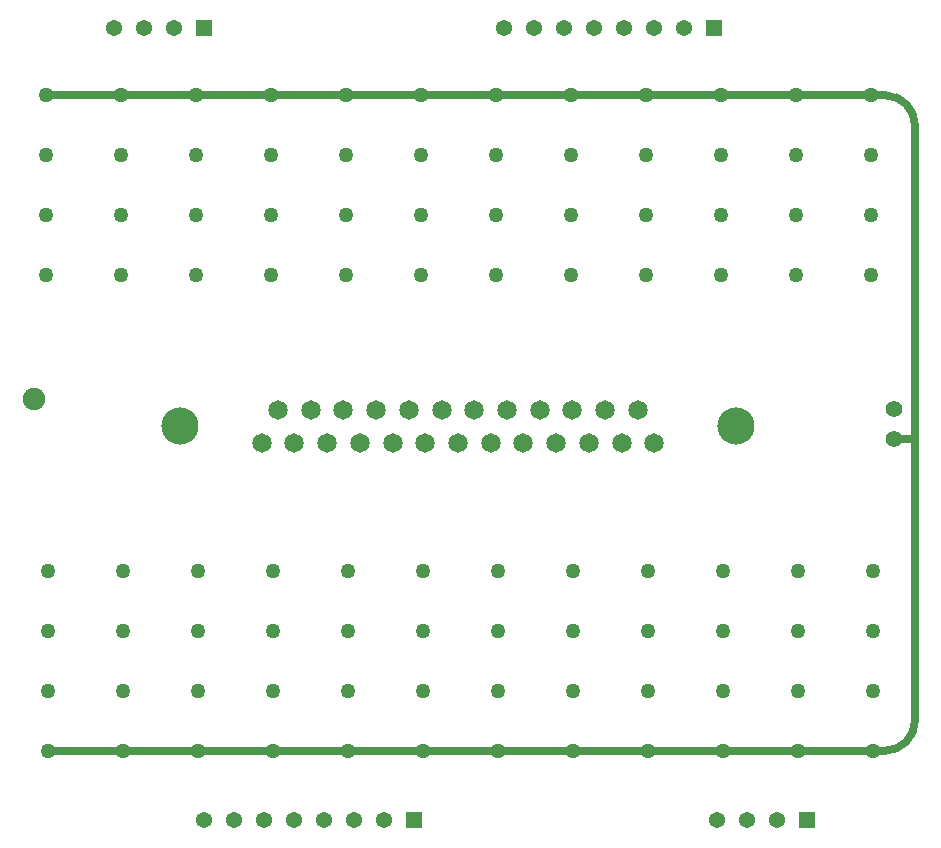
<source format=gbr>
%TF.GenerationSoftware,Altium Limited,Altium Designer,24.1.2 (44)*%
G04 Layer_Physical_Order=2*
G04 Layer_Color=16711680*
%FSLAX45Y45*%
%MOMM*%
%TF.SameCoordinates,7409CC48-22DB-44E9-B9CF-AE3C77DAA70A*%
%TF.FilePolarity,Positive*%
%TF.FileFunction,Copper,L2,Bot,Signal*%
%TF.Part,Single*%
G01*
G75*
%TA.AperFunction,Conductor*%
%ADD10C,0.63500*%
%TA.AperFunction,ComponentPad*%
%ADD12C,1.65100*%
%ADD13C,3.14960*%
%ADD14R,1.37000X1.37000*%
%ADD15C,1.37000*%
%ADD16C,1.27000*%
%ADD17C,1.39700*%
%ADD18C,1.90500*%
D10*
X7797800Y6083300D02*
G03*
X7543800Y6337300I-254000J0D01*
G01*
Y787400D02*
G03*
X7797800Y1041400I0J254000D01*
G01*
Y3429000D02*
Y6083300D01*
Y1041400D02*
Y3429000D01*
X7620000D02*
X7797800D01*
X7429500Y6337300D02*
X7543800D01*
X7442200Y787400D02*
X7543800D01*
X6794500Y6337300D02*
X7429500D01*
X6159500D02*
X6794500D01*
X5524500D02*
X6159500D01*
X4889500D02*
X5524500D01*
X4254500D02*
X4889500D01*
X3619500D02*
X4254500D01*
X2984500D02*
X3619500D01*
X2349500D02*
X2984500D01*
X1714500D02*
X2349500D01*
X1079500D02*
X1714500D01*
X444500D02*
X1079500D01*
X6807200Y787400D02*
X7442200D01*
X6172200D02*
X6807200D01*
X5537200D02*
X6172200D01*
X4902200D02*
X5537200D01*
X4267200D02*
X4902200D01*
X3632200D02*
X4267200D01*
X2997200D02*
X3632200D01*
X2362200D02*
X2997200D01*
X1727200D02*
X2362200D01*
X1092200D02*
X1727200D01*
X457200D02*
X1092200D01*
D12*
X2267100Y3390900D02*
D03*
X2544100D02*
D03*
X2821100D02*
D03*
X3098100D02*
D03*
X3375100D02*
D03*
X3652100D02*
D03*
X3929100D02*
D03*
X4206100D02*
D03*
X4483100D02*
D03*
X4760100D02*
D03*
X5037100D02*
D03*
X5314100D02*
D03*
X5591100D02*
D03*
X2405600Y3674900D02*
D03*
X2682600D02*
D03*
X2959600D02*
D03*
X3236600D02*
D03*
X3513600D02*
D03*
X3790600D02*
D03*
X4067600D02*
D03*
X4344600D02*
D03*
X4621600D02*
D03*
X4898600D02*
D03*
X5175600D02*
D03*
X5452600D02*
D03*
D13*
X6281101Y3532900D02*
D03*
X1577100D02*
D03*
D14*
X6883400Y203200D02*
D03*
X1778000Y6908800D02*
D03*
X6096000D02*
D03*
X3556000Y203200D02*
D03*
D15*
X6629400D02*
D03*
X6375400D02*
D03*
X6121400D02*
D03*
X1016000Y6908800D02*
D03*
X1270000D02*
D03*
X1524000D02*
D03*
X4318000D02*
D03*
X4572000D02*
D03*
X4826000D02*
D03*
X5080000D02*
D03*
X5334000D02*
D03*
X5588000D02*
D03*
X5842000D02*
D03*
X1778000Y203200D02*
D03*
X2032000D02*
D03*
X2286000D02*
D03*
X2540000D02*
D03*
X2794000D02*
D03*
X3048000D02*
D03*
X3302000D02*
D03*
D16*
X457200Y787400D02*
D03*
Y1295400D02*
D03*
Y1803400D02*
D03*
Y2311400D02*
D03*
X2349500Y6337300D02*
D03*
Y5829300D02*
D03*
Y5321300D02*
D03*
Y4813300D02*
D03*
X1092200Y2311400D02*
D03*
Y1803400D02*
D03*
Y1295400D02*
D03*
Y787400D02*
D03*
X1727200Y2311400D02*
D03*
Y1803400D02*
D03*
Y1295400D02*
D03*
Y787400D02*
D03*
X2362200Y2311400D02*
D03*
Y1803400D02*
D03*
Y1295400D02*
D03*
Y787400D02*
D03*
X4902200Y2311400D02*
D03*
Y1803400D02*
D03*
Y1295400D02*
D03*
Y787400D02*
D03*
X4267200Y2311400D02*
D03*
Y1803400D02*
D03*
Y1295400D02*
D03*
Y787400D02*
D03*
X3632200Y2311400D02*
D03*
Y1803400D02*
D03*
Y1295400D02*
D03*
Y787400D02*
D03*
X2997200Y2311400D02*
D03*
Y1803400D02*
D03*
Y1295400D02*
D03*
Y787400D02*
D03*
X5537200Y2311400D02*
D03*
Y1803400D02*
D03*
Y1295400D02*
D03*
Y787400D02*
D03*
X6172200Y2311400D02*
D03*
Y1803400D02*
D03*
Y1295400D02*
D03*
Y787400D02*
D03*
X6807200Y2311400D02*
D03*
Y1803400D02*
D03*
Y1295400D02*
D03*
Y787400D02*
D03*
X7442200Y2311400D02*
D03*
Y1803400D02*
D03*
Y1295400D02*
D03*
Y787400D02*
D03*
X444500Y4813300D02*
D03*
Y5321300D02*
D03*
Y5829300D02*
D03*
Y6337300D02*
D03*
X1079500Y4813300D02*
D03*
Y5321300D02*
D03*
Y5829300D02*
D03*
Y6337300D02*
D03*
X1714500Y4813300D02*
D03*
Y5321300D02*
D03*
Y5829300D02*
D03*
Y6337300D02*
D03*
X2984500Y4813300D02*
D03*
Y5321300D02*
D03*
Y5829300D02*
D03*
Y6337300D02*
D03*
X3619500Y4813300D02*
D03*
Y5321300D02*
D03*
Y5829300D02*
D03*
Y6337300D02*
D03*
X4254500Y4813300D02*
D03*
Y5321300D02*
D03*
Y5829300D02*
D03*
Y6337300D02*
D03*
X4889500Y4813300D02*
D03*
Y5321300D02*
D03*
Y5829300D02*
D03*
Y6337300D02*
D03*
X5524500Y4813300D02*
D03*
Y5321300D02*
D03*
Y5829300D02*
D03*
Y6337300D02*
D03*
X6159500Y4813300D02*
D03*
Y5321300D02*
D03*
Y5829300D02*
D03*
Y6337300D02*
D03*
X6794500Y4813300D02*
D03*
Y5321300D02*
D03*
Y5829300D02*
D03*
Y6337300D02*
D03*
X7429500Y4813300D02*
D03*
Y5321300D02*
D03*
Y5829300D02*
D03*
Y6337300D02*
D03*
D17*
X7620000Y3429000D02*
D03*
Y3683000D02*
D03*
D18*
X336550Y3768716D02*
D03*
%TF.MD5,19f1b2d95f346fe39c5a5f2f3ae0a327*%
M02*

</source>
